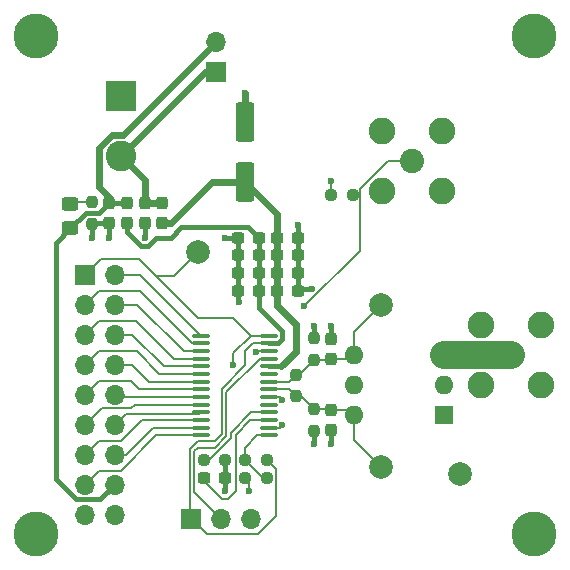
<source format=gtl>
G04 #@! TF.GenerationSoftware,KiCad,Pcbnew,8.0.6*
G04 #@! TF.CreationDate,2025-01-05T01:43:09-07:00*
G04 #@! TF.ProjectId,AD9744 Ersatz Eval Board Rev. A,41443937-3434-4204-9572-7361747a2045,rev?*
G04 #@! TF.SameCoordinates,Original*
G04 #@! TF.FileFunction,Copper,L1,Top*
G04 #@! TF.FilePolarity,Positive*
%FSLAX46Y46*%
G04 Gerber Fmt 4.6, Leading zero omitted, Abs format (unit mm)*
G04 Created by KiCad (PCBNEW 8.0.6) date 2025-01-05 01:43:09*
%MOMM*%
%LPD*%
G01*
G04 APERTURE LIST*
G04 Aperture macros list*
%AMRoundRect*
0 Rectangle with rounded corners*
0 $1 Rounding radius*
0 $2 $3 $4 $5 $6 $7 $8 $9 X,Y pos of 4 corners*
0 Add a 4 corners polygon primitive as box body*
4,1,4,$2,$3,$4,$5,$6,$7,$8,$9,$2,$3,0*
0 Add four circle primitives for the rounded corners*
1,1,$1+$1,$2,$3*
1,1,$1+$1,$4,$5*
1,1,$1+$1,$6,$7*
1,1,$1+$1,$8,$9*
0 Add four rect primitives between the rounded corners*
20,1,$1+$1,$2,$3,$4,$5,0*
20,1,$1+$1,$4,$5,$6,$7,0*
20,1,$1+$1,$6,$7,$8,$9,0*
20,1,$1+$1,$8,$9,$2,$3,0*%
G04 Aperture macros list end*
G04 #@! TA.AperFunction,SMDPad,CuDef*
%ADD10RoundRect,0.237500X-0.300000X-0.237500X0.300000X-0.237500X0.300000X0.237500X-0.300000X0.237500X0*%
G04 #@! TD*
G04 #@! TA.AperFunction,ComponentPad*
%ADD11R,1.700000X1.700000*%
G04 #@! TD*
G04 #@! TA.AperFunction,ComponentPad*
%ADD12O,1.700000X1.700000*%
G04 #@! TD*
G04 #@! TA.AperFunction,SMDPad,CuDef*
%ADD13RoundRect,0.237500X-0.237500X0.250000X-0.237500X-0.250000X0.237500X-0.250000X0.237500X0.250000X0*%
G04 #@! TD*
G04 #@! TA.AperFunction,ComponentPad*
%ADD14C,3.800000*%
G04 #@! TD*
G04 #@! TA.AperFunction,SMDPad,CuDef*
%ADD15RoundRect,0.237500X0.237500X-0.250000X0.237500X0.250000X-0.237500X0.250000X-0.237500X-0.250000X0*%
G04 #@! TD*
G04 #@! TA.AperFunction,SMDPad,CuDef*
%ADD16RoundRect,0.237500X0.300000X0.237500X-0.300000X0.237500X-0.300000X-0.237500X0.300000X-0.237500X0*%
G04 #@! TD*
G04 #@! TA.AperFunction,SMDPad,CuDef*
%ADD17RoundRect,0.237500X-0.237500X0.287500X-0.237500X-0.287500X0.237500X-0.287500X0.237500X0.287500X0*%
G04 #@! TD*
G04 #@! TA.AperFunction,SMDPad,CuDef*
%ADD18RoundRect,0.237500X-0.237500X0.300000X-0.237500X-0.300000X0.237500X-0.300000X0.237500X0.300000X0*%
G04 #@! TD*
G04 #@! TA.AperFunction,SMDPad,CuDef*
%ADD19RoundRect,0.237500X0.250000X0.237500X-0.250000X0.237500X-0.250000X-0.237500X0.250000X-0.237500X0*%
G04 #@! TD*
G04 #@! TA.AperFunction,ComponentPad*
%ADD20C,2.050000*%
G04 #@! TD*
G04 #@! TA.AperFunction,ComponentPad*
%ADD21C,2.250000*%
G04 #@! TD*
G04 #@! TA.AperFunction,SMDPad,CuDef*
%ADD22RoundRect,0.237500X-0.250000X-0.237500X0.250000X-0.237500X0.250000X0.237500X-0.250000X0.237500X0*%
G04 #@! TD*
G04 #@! TA.AperFunction,SMDPad,CuDef*
%ADD23RoundRect,0.100000X-0.637500X-0.100000X0.637500X-0.100000X0.637500X0.100000X-0.637500X0.100000X0*%
G04 #@! TD*
G04 #@! TA.AperFunction,ComponentPad*
%ADD24C,2.000000*%
G04 #@! TD*
G04 #@! TA.AperFunction,SMDPad,CuDef*
%ADD25RoundRect,0.237500X0.237500X-0.300000X0.237500X0.300000X-0.237500X0.300000X-0.237500X-0.300000X0*%
G04 #@! TD*
G04 #@! TA.AperFunction,SMDPad,CuDef*
%ADD26RoundRect,0.250000X-0.450000X0.325000X-0.450000X-0.325000X0.450000X-0.325000X0.450000X0.325000X0*%
G04 #@! TD*
G04 #@! TA.AperFunction,SMDPad,CuDef*
%ADD27RoundRect,0.250000X0.550000X-1.412500X0.550000X1.412500X-0.550000X1.412500X-0.550000X-1.412500X0*%
G04 #@! TD*
G04 #@! TA.AperFunction,ComponentPad*
%ADD28R,2.600000X2.600000*%
G04 #@! TD*
G04 #@! TA.AperFunction,ComponentPad*
%ADD29C,2.600000*%
G04 #@! TD*
G04 #@! TA.AperFunction,ComponentPad*
%ADD30R,1.600000X1.600000*%
G04 #@! TD*
G04 #@! TA.AperFunction,ComponentPad*
%ADD31O,1.600000X1.600000*%
G04 #@! TD*
G04 #@! TA.AperFunction,ViaPad*
%ADD32C,0.600000*%
G04 #@! TD*
G04 #@! TA.AperFunction,Conductor*
%ADD33C,0.200000*%
G04 #@! TD*
G04 #@! TA.AperFunction,Conductor*
%ADD34C,0.400000*%
G04 #@! TD*
G04 #@! TA.AperFunction,Conductor*
%ADD35C,0.600000*%
G04 #@! TD*
G04 #@! TA.AperFunction,Conductor*
%ADD36C,2.400000*%
G04 #@! TD*
G04 APERTURE END LIST*
D10*
X141010000Y-99000000D03*
X142735000Y-99000000D03*
D11*
X133735000Y-121300000D03*
D12*
X136275000Y-121300000D03*
X138815000Y-121300000D03*
D13*
X144075000Y-112037500D03*
X144075000Y-113862500D03*
D14*
X162775000Y-122600000D03*
D10*
X141010000Y-100500000D03*
X142735000Y-100500000D03*
D15*
X144075000Y-107862500D03*
X144075000Y-106037500D03*
D16*
X139435000Y-102000000D03*
X137710000Y-102000000D03*
D17*
X128275000Y-94562500D03*
X128275000Y-96312500D03*
D18*
X145575000Y-112087500D03*
X145575000Y-113812500D03*
D13*
X142575000Y-109125000D03*
X142575000Y-110950000D03*
D11*
X124735000Y-100640000D03*
D12*
X127275000Y-100640000D03*
X124735000Y-103180000D03*
X127275000Y-103180000D03*
X124735000Y-105720000D03*
X127275000Y-105720000D03*
X124735000Y-108260000D03*
X127275000Y-108260000D03*
X124735000Y-110800000D03*
X127275000Y-110800000D03*
X124735000Y-113340000D03*
X127275000Y-113340000D03*
X124735000Y-115880000D03*
X127275000Y-115880000D03*
X124735000Y-118420000D03*
X127275000Y-118420000D03*
X124735000Y-120960000D03*
X127275000Y-120960000D03*
D10*
X141012500Y-102000000D03*
X142737500Y-102000000D03*
D17*
X131275000Y-94562500D03*
X131275000Y-96312500D03*
D19*
X147387500Y-93900000D03*
X145562500Y-93900000D03*
D20*
X152365000Y-91050000D03*
D21*
X149825000Y-88510000D03*
X149825000Y-93590000D03*
X154905000Y-88510000D03*
X154905000Y-93590000D03*
D20*
X160760000Y-107410000D03*
D21*
X158220000Y-104870000D03*
X158220000Y-109950000D03*
X163300000Y-104870000D03*
X163300000Y-109950000D03*
D22*
X134775000Y-116340000D03*
X136600000Y-116340000D03*
D13*
X125275000Y-94525000D03*
X125275000Y-96350000D03*
D23*
X134550000Y-105800000D03*
X134550000Y-106450000D03*
X134550000Y-107100000D03*
X134550000Y-107750000D03*
X134550000Y-108400000D03*
X134550000Y-109050000D03*
X134550000Y-109700000D03*
X134550000Y-110350000D03*
X134550000Y-111000000D03*
X134550000Y-111650000D03*
X134550000Y-112300000D03*
X134550000Y-112950000D03*
X134550000Y-113600000D03*
X134550000Y-114250000D03*
X140275000Y-114250000D03*
X140275000Y-113600000D03*
X140275000Y-112950000D03*
X140275000Y-112300000D03*
X140275000Y-111650000D03*
X140275000Y-111000000D03*
X140275000Y-110350000D03*
X140275000Y-109700000D03*
X140275000Y-109050000D03*
X140275000Y-108400000D03*
X140275000Y-107750000D03*
X140275000Y-107100000D03*
X140275000Y-106450000D03*
X140275000Y-105800000D03*
D24*
X149750000Y-116900000D03*
D25*
X145575000Y-107812500D03*
X145575000Y-106087500D03*
D18*
X126775000Y-94575000D03*
X126775000Y-96300000D03*
D19*
X140100000Y-117840000D03*
X138275000Y-117840000D03*
X140100000Y-116340000D03*
X138275000Y-116340000D03*
D16*
X139435000Y-100500000D03*
X137710000Y-100500000D03*
D18*
X129775000Y-94575000D03*
X129775000Y-96300000D03*
D14*
X162775000Y-80400000D03*
D26*
X123475000Y-94675000D03*
X123475000Y-96725000D03*
D14*
X120575000Y-122600000D03*
D11*
X135775000Y-83475000D03*
D12*
X135775000Y-80935000D03*
D24*
X156450000Y-117550000D03*
D10*
X141010000Y-97500000D03*
X142735000Y-97500000D03*
D14*
X120575000Y-80400000D03*
D16*
X139435000Y-97500000D03*
X137710000Y-97500000D03*
D27*
X138275000Y-92800000D03*
X138275000Y-87725000D03*
D24*
X134275000Y-98700000D03*
D28*
X127775000Y-85520000D03*
D29*
X127775000Y-90600000D03*
D30*
X155100000Y-112500000D03*
D31*
X155100000Y-109960000D03*
X155100000Y-107420000D03*
X147480000Y-107420000D03*
X147480000Y-109960000D03*
X147480000Y-112500000D03*
D24*
X149750000Y-103200000D03*
D10*
X134825000Y-117840000D03*
X136550000Y-117840000D03*
D16*
X139435000Y-99000000D03*
X137710000Y-99000000D03*
D32*
X145575000Y-104950000D03*
X143900735Y-101825735D03*
X137735000Y-103000000D03*
X139220947Y-107215482D03*
X141422748Y-111233667D03*
X136575000Y-119000000D03*
X142735000Y-96400000D03*
X145575000Y-114950000D03*
X126775000Y-97500000D03*
X138575000Y-119000000D03*
X125275000Y-97500000D03*
X129775000Y-97500000D03*
X138275000Y-85300000D03*
X141394740Y-113408073D03*
X144075000Y-104950000D03*
X144075000Y-114950000D03*
X145575000Y-92700000D03*
X136575000Y-97500000D03*
X137275000Y-108300000D03*
X143275000Y-103300000D03*
D33*
X140275000Y-111000000D02*
X141189081Y-111000000D01*
X140275000Y-113600000D02*
X141202813Y-113600000D01*
D34*
X136575000Y-119000000D02*
X136550000Y-118975000D01*
D35*
X138275000Y-87725000D02*
X138275000Y-85300000D01*
D33*
X141189081Y-111000000D02*
X141422748Y-111233667D01*
D34*
X136550000Y-118975000D02*
X136550000Y-117840000D01*
X136575000Y-97500000D02*
X137710000Y-97500000D01*
X142735000Y-100500000D02*
X142735000Y-101997500D01*
D33*
X141202813Y-113600000D02*
X141394740Y-113408073D01*
D34*
X145575000Y-113812500D02*
X145575000Y-114950000D01*
X137710000Y-102000000D02*
X137710000Y-102975000D01*
D33*
X137710000Y-102975000D02*
X137735000Y-103000000D01*
D34*
X142735000Y-97500000D02*
X142735000Y-96400000D01*
D33*
X145562500Y-92712500D02*
X145575000Y-92700000D01*
X138575000Y-118140000D02*
X138275000Y-117840000D01*
D34*
X144075000Y-106037500D02*
X144075000Y-104950000D01*
X142909265Y-101825735D02*
X143900735Y-101825735D01*
X137710000Y-97500000D02*
X137710000Y-99000000D01*
D33*
X139336429Y-107100000D02*
X139220947Y-107215482D01*
D34*
X142737500Y-101997500D02*
X142909265Y-101825735D01*
X126775000Y-96300000D02*
X125325000Y-96300000D01*
X145575000Y-106087500D02*
X145575000Y-104950000D01*
X136600000Y-116340000D02*
X136600000Y-117790000D01*
X142735000Y-99000000D02*
X142735000Y-100500000D01*
X137710000Y-99000000D02*
X137710000Y-100500000D01*
X137710000Y-100500000D02*
X137710000Y-102000000D01*
X142735000Y-97500000D02*
X142735000Y-99000000D01*
D33*
X140275000Y-107100000D02*
X139336429Y-107100000D01*
D34*
X126775000Y-96300000D02*
X126775000Y-97500000D01*
X125275000Y-96350000D02*
X125275000Y-97500000D01*
X144075000Y-113862500D02*
X144075000Y-114950000D01*
D33*
X145562500Y-93900000D02*
X145562500Y-92712500D01*
X138575000Y-119000000D02*
X138575000Y-118140000D01*
D34*
X129775000Y-96300000D02*
X129775000Y-97500000D01*
D33*
X137487500Y-118936029D02*
X136823529Y-119600000D01*
X136823529Y-119600000D02*
X136326471Y-119600000D01*
X134825000Y-118098529D02*
X134825000Y-117840000D01*
X136326471Y-119600000D02*
X134825000Y-118098529D01*
X137487500Y-114193186D02*
X138730686Y-112950000D01*
X138730686Y-112950000D02*
X140275000Y-112950000D01*
X137487500Y-114193186D02*
X137487500Y-118936029D01*
X147480000Y-112500000D02*
X147480000Y-114630000D01*
X141975000Y-110350000D02*
X140275000Y-110350000D01*
X144075000Y-112037500D02*
X145525000Y-112037500D01*
X142575000Y-110950000D02*
X141975000Y-110350000D01*
X142987500Y-110950000D02*
X144075000Y-112037500D01*
X142575000Y-110950000D02*
X142987500Y-110950000D01*
X147480000Y-114630000D02*
X149750000Y-116900000D01*
X147067500Y-112087500D02*
X147480000Y-112500000D01*
X145525000Y-112037500D02*
X145575000Y-112087500D01*
X145575000Y-112087500D02*
X147067500Y-112087500D01*
X147087500Y-107812500D02*
X147480000Y-107420000D01*
X142575000Y-109125000D02*
X142812500Y-109125000D01*
X142575000Y-109125000D02*
X142000000Y-109700000D01*
X142812500Y-109125000D02*
X144075000Y-107862500D01*
X147480000Y-107420000D02*
X147480000Y-105470000D01*
X145575000Y-107812500D02*
X147087500Y-107812500D01*
X142000000Y-109700000D02*
X140275000Y-109700000D01*
X145525000Y-107862500D02*
X145575000Y-107812500D01*
X144075000Y-107862500D02*
X145525000Y-107862500D01*
X147480000Y-105470000D02*
X149750000Y-103200000D01*
X127275000Y-118420000D02*
X127275000Y-118300000D01*
D35*
X127029415Y-88800000D02*
X127910000Y-88800000D01*
D34*
X122275000Y-117980000D02*
X122275000Y-97925000D01*
X127275000Y-118420000D02*
X126015000Y-119680000D01*
D35*
X125931032Y-93193532D02*
X126775000Y-94037500D01*
D34*
X123975000Y-119680000D02*
X122275000Y-117980000D01*
D35*
X126775000Y-94037500D02*
X126775000Y-94575000D01*
D34*
X126015000Y-119680000D02*
X123975000Y-119680000D01*
X122275000Y-97925000D02*
X123475000Y-96725000D01*
D35*
X127910000Y-88800000D02*
X135775000Y-80935000D01*
X127029415Y-88800000D02*
X125931032Y-89898383D01*
D34*
X125920000Y-95430000D02*
X126775000Y-94575000D01*
D35*
X125931032Y-89898383D02*
X125931032Y-93193532D01*
D34*
X126775000Y-94575000D02*
X128262500Y-94575000D01*
X123475000Y-96725000D02*
X124770000Y-95430000D01*
X124770000Y-95430000D02*
X125920000Y-95430000D01*
D35*
X141012500Y-102000000D02*
X141012500Y-100502500D01*
D34*
X140275000Y-108400000D02*
X141355220Y-108400000D01*
D35*
X141355220Y-108400000D02*
X142575000Y-107180220D01*
X131962500Y-96312500D02*
X135475000Y-92800000D01*
X141012500Y-103300242D02*
X141012500Y-102000000D01*
X135475000Y-92800000D02*
X138275000Y-92800000D01*
X131275000Y-96312500D02*
X131962500Y-96312500D01*
X142575000Y-104862742D02*
X141012500Y-103300242D01*
X141010000Y-100500000D02*
X141010000Y-99000000D01*
X142575000Y-107180220D02*
X142575000Y-104862742D01*
X141010000Y-95535000D02*
X141010000Y-97500000D01*
X138275000Y-92800000D02*
X141010000Y-95535000D01*
X141010000Y-99000000D02*
X141010000Y-97500000D01*
D34*
X129475000Y-98200000D02*
X130064950Y-98200000D01*
D33*
X138902818Y-106450000D02*
X140275000Y-106450000D01*
X138275000Y-107077818D02*
X138902818Y-106450000D01*
X135035000Y-122600000D02*
X133735000Y-121300000D01*
D34*
X139435000Y-99000000D02*
X139435000Y-97500000D01*
X140275000Y-106450000D02*
X141072378Y-106450000D01*
D33*
X135693628Y-114750000D02*
X136287500Y-114156128D01*
X133587500Y-115421815D02*
X134259315Y-114750000D01*
D34*
X130764950Y-97500000D02*
X131975000Y-97500000D01*
X131975000Y-97500000D02*
X132850000Y-96625000D01*
X141072378Y-106450000D02*
X141412500Y-106109878D01*
X128275000Y-96312500D02*
X128275000Y-97000000D01*
X141412500Y-106109878D02*
X141412500Y-105437500D01*
X128275000Y-97000000D02*
X129475000Y-98200000D01*
D33*
X139375000Y-122600000D02*
X135035000Y-122600000D01*
X140887500Y-117127500D02*
X140887500Y-121087500D01*
X134259315Y-114750000D02*
X135693628Y-114750000D01*
X136287500Y-110318456D02*
X138275000Y-108330956D01*
D34*
X141412500Y-105437500D02*
X139435000Y-103460000D01*
X130064950Y-98200000D02*
X130764950Y-97500000D01*
D33*
X140887500Y-121087500D02*
X139375000Y-122600000D01*
D34*
X139435000Y-100500000D02*
X139435000Y-99000000D01*
X132850000Y-96625000D02*
X138560000Y-96625000D01*
X139435000Y-103460000D02*
X139435000Y-102000000D01*
D33*
X140100000Y-116340000D02*
X140887500Y-117127500D01*
X136287500Y-114156128D02*
X136287500Y-110318456D01*
D34*
X139435000Y-102000000D02*
X139435000Y-100500000D01*
D33*
X138275000Y-108330956D02*
X138275000Y-107077818D01*
X133735000Y-121300000D02*
X133587500Y-121152500D01*
D34*
X138560000Y-96625000D02*
X139435000Y-97500000D01*
D33*
X133587500Y-121152500D02*
X133587500Y-115421815D01*
X125275000Y-94525000D02*
X123625000Y-94525000D01*
X132225000Y-100750000D02*
X134275000Y-98700000D01*
X130725000Y-100750000D02*
X134275000Y-104300000D01*
X126075000Y-99300000D02*
X129275000Y-99300000D01*
X137275000Y-107300000D02*
X138775000Y-105800000D01*
X138775000Y-105800000D02*
X140275000Y-105800000D01*
X137275000Y-104300000D02*
X138775000Y-105800000D01*
X129275000Y-99300000D02*
X130725000Y-100750000D01*
X134275000Y-104300000D02*
X137275000Y-104300000D01*
X137275000Y-108300000D02*
X137275000Y-107300000D01*
X124735000Y-100640000D02*
X126075000Y-99300000D01*
X130725000Y-100750000D02*
X132225000Y-100750000D01*
X147975000Y-98600000D02*
X147975000Y-93900000D01*
X147975000Y-93424745D02*
X150349745Y-91050000D01*
X147387500Y-93900000D02*
X147975000Y-93900000D01*
X150349745Y-91050000D02*
X152365000Y-91050000D01*
X143275000Y-103300000D02*
X147975000Y-98600000D01*
X147975000Y-93900000D02*
X147975000Y-93424745D01*
X160750000Y-107420000D02*
X160760000Y-107410000D01*
D36*
X155100000Y-107420000D02*
X160750000Y-107420000D01*
D33*
X136687500Y-110600001D02*
X139537501Y-107750000D01*
X134275000Y-115300000D02*
X135709314Y-115300000D01*
X133987500Y-115587500D02*
X134275000Y-115300000D01*
X136687500Y-114321814D02*
X136687500Y-110600001D01*
X139537501Y-107750000D02*
X140275000Y-107750000D01*
X135709314Y-115300000D02*
X136687500Y-114321814D01*
X133987500Y-119012500D02*
X133987500Y-115587500D01*
X136275000Y-121300000D02*
X133987500Y-119012500D01*
X138275000Y-115300000D02*
X139325000Y-114250000D01*
X139775000Y-117840000D02*
X138275000Y-116340000D01*
X138275000Y-116340000D02*
X138275000Y-115300000D01*
X139325000Y-114250000D02*
X140275000Y-114250000D01*
X140100000Y-117840000D02*
X139775000Y-117840000D01*
X135235000Y-116340000D02*
X137087500Y-114487500D01*
X134775000Y-116340000D02*
X135235000Y-116340000D01*
X137087500Y-114027500D02*
X138815000Y-112300000D01*
X137087500Y-114487500D02*
X137087500Y-114027500D01*
X138815000Y-112300000D02*
X140275000Y-112300000D01*
X129390000Y-100640000D02*
X134550000Y-105800000D01*
X127275000Y-100640000D02*
X129390000Y-100640000D01*
X129392501Y-102030000D02*
X133812501Y-106450000D01*
X133812501Y-106450000D02*
X134550000Y-106450000D01*
X125885000Y-102030000D02*
X129392501Y-102030000D01*
X124735000Y-103180000D02*
X125885000Y-102030000D01*
X133075000Y-107100000D02*
X134550000Y-107100000D01*
X127275000Y-103180000D02*
X129155000Y-103180000D01*
X129155000Y-103180000D02*
X133075000Y-107100000D01*
X129045000Y-104570000D02*
X132225000Y-107750000D01*
X132225000Y-107750000D02*
X134550000Y-107750000D01*
X125885000Y-104570000D02*
X129045000Y-104570000D01*
X124735000Y-105720000D02*
X125885000Y-104570000D01*
X127275000Y-105720000D02*
X128695000Y-105720000D01*
X131375000Y-108400000D02*
X134550000Y-108400000D01*
X128695000Y-105720000D02*
X131375000Y-108400000D01*
X124735000Y-108260000D02*
X125885000Y-107110000D01*
X125885000Y-107110000D02*
X129085000Y-107110000D01*
X131025000Y-109050000D02*
X134550000Y-109050000D01*
X129085000Y-107110000D02*
X131025000Y-109050000D01*
X128735000Y-108260000D02*
X130175000Y-109700000D01*
X130175000Y-109700000D02*
X134550000Y-109700000D01*
X127275000Y-108260000D02*
X128735000Y-108260000D01*
X125885000Y-109650000D02*
X128625000Y-109650000D01*
X124735000Y-110800000D02*
X125885000Y-109650000D01*
X128625000Y-109650000D02*
X129325000Y-110350000D01*
X129325000Y-110350000D02*
X134550000Y-110350000D01*
X128625000Y-111950000D02*
X128925000Y-111650000D01*
X126125000Y-111950000D02*
X128625000Y-111950000D01*
X124735000Y-113340000D02*
X126125000Y-111950000D01*
X128925000Y-111650000D02*
X134550000Y-111650000D01*
X127975000Y-111000000D02*
X134550000Y-111000000D01*
X127275000Y-110800000D02*
X127775000Y-110800000D01*
X127775000Y-110800000D02*
X127975000Y-111000000D01*
X134400000Y-112450000D02*
X134550000Y-112300000D01*
X128165000Y-112450000D02*
X134400000Y-112450000D01*
X127275000Y-113340000D02*
X128165000Y-112450000D01*
X129531346Y-112950000D02*
X127751346Y-114730000D01*
X134550000Y-112950000D02*
X129531346Y-112950000D01*
X125885000Y-114730000D02*
X124735000Y-115880000D01*
X127751346Y-114730000D02*
X125885000Y-114730000D01*
X127275000Y-115880000D02*
X128195000Y-115880000D01*
X128195000Y-115880000D02*
X130475000Y-113600000D01*
X130475000Y-113600000D02*
X134550000Y-113600000D01*
D35*
X135300000Y-83075000D02*
X135775000Y-83075000D01*
X134900000Y-83475000D02*
X135775000Y-83475000D01*
X129775000Y-92600000D02*
X127775000Y-90600000D01*
X129775000Y-94575000D02*
X131262500Y-94575000D01*
X127775000Y-90600000D02*
X134900000Y-83475000D01*
X129775000Y-94575000D02*
X129775000Y-92600000D01*
D33*
X127751346Y-117270000D02*
X125885000Y-117270000D01*
X134550000Y-114250000D02*
X130771346Y-114250000D01*
X125885000Y-117270000D02*
X124735000Y-118420000D01*
X130771346Y-114250000D02*
X127751346Y-117270000D01*
M02*

</source>
